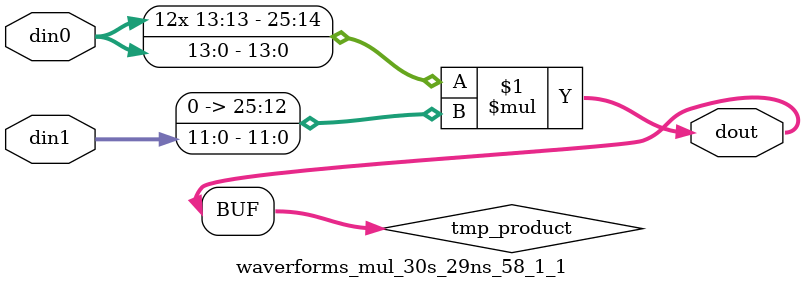
<source format=v>

`timescale 1 ns / 1 ps

 module waverforms_mul_30s_29ns_58_1_1(din0, din1, dout);
parameter ID = 1;
parameter NUM_STAGE = 0;
parameter din0_WIDTH = 14;
parameter din1_WIDTH = 12;
parameter dout_WIDTH = 26;

input [din0_WIDTH - 1 : 0] din0; 
input [din1_WIDTH - 1 : 0] din1; 
output [dout_WIDTH - 1 : 0] dout;

wire signed [dout_WIDTH - 1 : 0] tmp_product;


























assign tmp_product = $signed(din0) * $signed({1'b0, din1});









assign dout = tmp_product;





















endmodule

</source>
